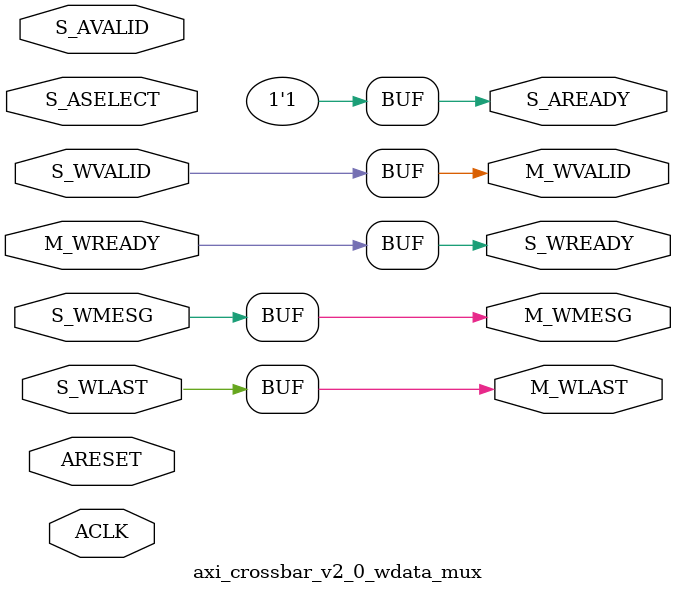
<source format=v>

`timescale 1ps/1ps
`default_nettype none

module axi_crossbar_v2_0_wdata_mux #
  (
   parameter         C_FAMILY       = "none", // FPGA Family.
   parameter integer C_WMESG_WIDTH            =  1, // Width of W-channel payload.
   parameter integer C_NUM_SLAVE_SLOTS     =  1, // Number of S_* ports.
   parameter integer C_SELECT_WIDTH      =  1, // Width of ASELECT.
   parameter integer C_FIFO_DEPTH_LOG     =  0 // Queue depth = 2**C_FIFO_DEPTH_LOG.
   )
  (
   // System Signals
   input  wire                                        ACLK,
   input  wire                                        ARESET,
   // Slave Data Ports
   input  wire [C_NUM_SLAVE_SLOTS*C_WMESG_WIDTH-1:0]     S_WMESG,
   input  wire [C_NUM_SLAVE_SLOTS-1:0]                S_WLAST,
   input  wire [C_NUM_SLAVE_SLOTS-1:0]                S_WVALID,
   output wire [C_NUM_SLAVE_SLOTS-1:0]                S_WREADY,
   // Master Data Ports
   output wire [C_WMESG_WIDTH-1:0]                       M_WMESG,
   output wire                                        M_WLAST,
   output wire                                        M_WVALID,
   input  wire                                        M_WREADY,
   // Write Command Ports
   input  wire [C_SELECT_WIDTH-1:0]                 S_ASELECT,  // SI-slot index from AW arbiter
   input  wire                                        S_AVALID,
   output wire                                        S_AREADY
   );

  // Decode select input to 1-hot
  function [C_NUM_SLAVE_SLOTS-1:0] f_decoder (
      input [C_SELECT_WIDTH-1:0] sel
    );
    integer i;
    begin
      for (i=0; i<C_NUM_SLAVE_SLOTS; i=i+1) begin
        f_decoder[i] = (sel == i);
      end
    end
  endfunction

  wire                                          m_valid_i;
  wire                                          m_last_i;
  wire [C_NUM_SLAVE_SLOTS-1:0]             m_select_hot;
  wire [C_SELECT_WIDTH-1:0]                 m_select_enc;
  wire                                          m_avalid;
  wire                                          m_aready;
  
  generate
    if (C_NUM_SLAVE_SLOTS>1) begin : gen_wmux
      // SI-side write command queue
      axi_data_fifo_v2_0_axic_reg_srl_fifo #
        (
         .C_FAMILY          (C_FAMILY),
         .C_FIFO_WIDTH      (C_SELECT_WIDTH),
         .C_FIFO_DEPTH_LOG  (C_FIFO_DEPTH_LOG),
         .C_USE_FULL        (0)
         )
        wmux_aw_fifo
          (
           .ACLK    (ACLK),
           .ARESET  (ARESET),
           .S_MESG  (S_ASELECT),
           .S_VALID (S_AVALID),
           .S_READY (S_AREADY),
           .M_MESG  (m_select_enc),
           .M_VALID (m_avalid),
           .M_READY (m_aready)
           );
    
      assign m_select_hot = f_decoder(m_select_enc);
      
      // Instantiate MUX
      generic_baseblocks_v2_0_mux_enc # 
        (
         .C_FAMILY      ("rtl"),
         .C_RATIO       (C_NUM_SLAVE_SLOTS),
         .C_SEL_WIDTH   (C_SELECT_WIDTH),
         .C_DATA_WIDTH  (C_WMESG_WIDTH)
        ) mux_w 
        (
         .S   (m_select_enc),
         .A   (S_WMESG),
         .O   (M_WMESG),
         .OE  (1'b1)
        ); 
        
      assign m_last_i  = |(S_WLAST & m_select_hot);
      assign m_valid_i = |(S_WVALID & m_select_hot);
      
      assign m_aready = m_valid_i & m_avalid & m_last_i & M_WREADY;
      assign M_WLAST = m_last_i;
      assign M_WVALID = m_valid_i & m_avalid;
      assign S_WREADY = m_select_hot & {C_NUM_SLAVE_SLOTS{m_avalid & M_WREADY}};
    end else begin : gen_no_wmux
      assign S_AREADY = 1'b1;
      assign M_WVALID = S_WVALID;
      assign S_WREADY = M_WREADY;
      assign M_WLAST = S_WLAST;
      assign M_WMESG = S_WMESG;
    end
  endgenerate
  
endmodule

`default_nettype wire

</source>
